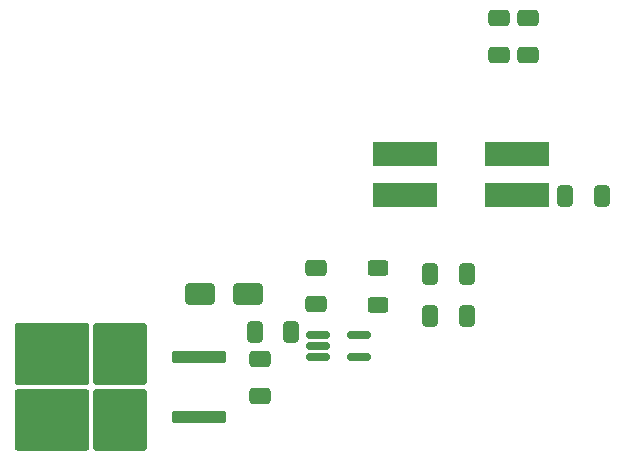
<source format=gbr>
%TF.GenerationSoftware,KiCad,Pcbnew,8.99.0-unknown-2b81d3a93c~180~ubuntu22.04.1*%
%TF.CreationDate,2024-08-01T07:46:56+05:30*%
%TF.ProjectId,HF-PA-v10,48462d50-412d-4763-9130-2e6b69636164,rev?*%
%TF.SameCoordinates,Original*%
%TF.FileFunction,Paste,Top*%
%TF.FilePolarity,Positive*%
%FSLAX46Y46*%
G04 Gerber Fmt 4.6, Leading zero omitted, Abs format (unit mm)*
G04 Created by KiCad (PCBNEW 8.99.0-unknown-2b81d3a93c~180~ubuntu22.04.1) date 2024-08-01 07:46:56*
%MOMM*%
%LPD*%
G01*
G04 APERTURE LIST*
G04 Aperture macros list*
%AMRoundRect*
0 Rectangle with rounded corners*
0 $1 Rounding radius*
0 $2 $3 $4 $5 $6 $7 $8 $9 X,Y pos of 4 corners*
0 Add a 4 corners polygon primitive as box body*
4,1,4,$2,$3,$4,$5,$6,$7,$8,$9,$2,$3,0*
0 Add four circle primitives for the rounded corners*
1,1,$1+$1,$2,$3*
1,1,$1+$1,$4,$5*
1,1,$1+$1,$6,$7*
1,1,$1+$1,$8,$9*
0 Add four rect primitives between the rounded corners*
20,1,$1+$1,$2,$3,$4,$5,0*
20,1,$1+$1,$4,$5,$6,$7,0*
20,1,$1+$1,$6,$7,$8,$9,0*
20,1,$1+$1,$8,$9,$2,$3,0*%
G04 Aperture macros list end*
%ADD10RoundRect,0.250000X-0.412500X-0.650000X0.412500X-0.650000X0.412500X0.650000X-0.412500X0.650000X0*%
%ADD11RoundRect,0.250000X0.650000X-0.412500X0.650000X0.412500X-0.650000X0.412500X-0.650000X-0.412500X0*%
%ADD12RoundRect,0.250000X0.412500X0.650000X-0.412500X0.650000X-0.412500X-0.650000X0.412500X-0.650000X0*%
%ADD13RoundRect,0.250000X1.000000X0.650000X-1.000000X0.650000X-1.000000X-0.650000X1.000000X-0.650000X0*%
%ADD14RoundRect,0.162500X-0.837500X-0.162500X0.837500X-0.162500X0.837500X0.162500X-0.837500X0.162500X0*%
%ADD15R,5.500000X2.150000*%
%ADD16RoundRect,0.250000X-0.650000X0.412500X-0.650000X-0.412500X0.650000X-0.412500X0.650000X0.412500X0*%
%ADD17RoundRect,0.250000X2.050000X0.300000X-2.050000X0.300000X-2.050000X-0.300000X2.050000X-0.300000X0*%
%ADD18RoundRect,0.250000X2.025000X2.375000X-2.025000X2.375000X-2.025000X-2.375000X2.025000X-2.375000X0*%
%ADD19RoundRect,0.292857X2.862143X2.372143X-2.862143X2.372143X-2.862143X-2.372143X2.862143X-2.372143X0*%
%ADD20RoundRect,0.288461X2.876539X2.336539X-2.876539X2.336539X-2.876539X-2.336539X2.876539X-2.336539X0*%
%ADD21RoundRect,0.250000X-0.625000X0.400000X-0.625000X-0.400000X0.625000X-0.400000X0.625000X0.400000X0*%
G04 APERTURE END LIST*
D10*
%TO.C,C12*%
X184757500Y-94920000D03*
X187882500Y-94920000D03*
%TD*%
%TO.C,C9*%
X169887500Y-96320000D03*
X173012500Y-96320000D03*
%TD*%
D11*
%TO.C,C4*%
X175110000Y-93962500D03*
X175110000Y-90837500D03*
%TD*%
D12*
%TO.C,C3*%
X199330000Y-84750000D03*
X196205000Y-84750000D03*
%TD*%
D13*
%TO.C,D1*%
X169290000Y-93060000D03*
X165290000Y-93060000D03*
%TD*%
D14*
%TO.C,U2*%
X175270000Y-96512500D03*
X175270000Y-97462500D03*
X175270000Y-98412500D03*
X178690000Y-98412500D03*
X178690000Y-96512500D03*
%TD*%
D15*
%TO.C,T1*%
X182610000Y-81255000D03*
X182610000Y-84685000D03*
X192110000Y-84685000D03*
X192110000Y-81255000D03*
%TD*%
D11*
%TO.C,C5*%
X193040000Y-72862500D03*
X193040000Y-69737500D03*
%TD*%
D16*
%TO.C,C8*%
X170340000Y-98597500D03*
X170340000Y-101722500D03*
%TD*%
D17*
%TO.C,U1*%
X165225000Y-103505000D03*
D18*
X158500000Y-103740000D03*
X158500000Y-98190000D03*
D19*
X152770000Y-98150000D03*
D20*
X152760000Y-103740000D03*
D17*
X165225000Y-98425000D03*
%TD*%
D11*
%TO.C,C10*%
X190550000Y-72862500D03*
X190550000Y-69737500D03*
%TD*%
D21*
%TO.C,R3*%
X180300000Y-90870000D03*
X180300000Y-93970000D03*
%TD*%
D10*
%TO.C,C2*%
X184770000Y-91410000D03*
X187895000Y-91410000D03*
%TD*%
M02*

</source>
